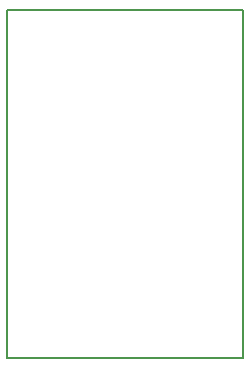
<source format=gm1>
G04 #@! TF.FileFunction,Profile,NP*
%FSLAX46Y46*%
G04 Gerber Fmt 4.6, Leading zero omitted, Abs format (unit mm)*
G04 Created by KiCad (PCBNEW 0.201509061501+6161~29~ubuntu14.04.1-product) date Sam 12 Sep 2015 09:24:29 CEST*
%MOMM*%
G01*
G04 APERTURE LIST*
%ADD10C,0.100000*%
%ADD11C,0.200000*%
G04 APERTURE END LIST*
D10*
D11*
X119000000Y-100000000D02*
X99000000Y-100000000D01*
X119000000Y-129500000D02*
X119000000Y-100000000D01*
X99000000Y-129500000D02*
X119000000Y-129500000D01*
X99000000Y-100000000D02*
X99000000Y-129500000D01*
M02*

</source>
